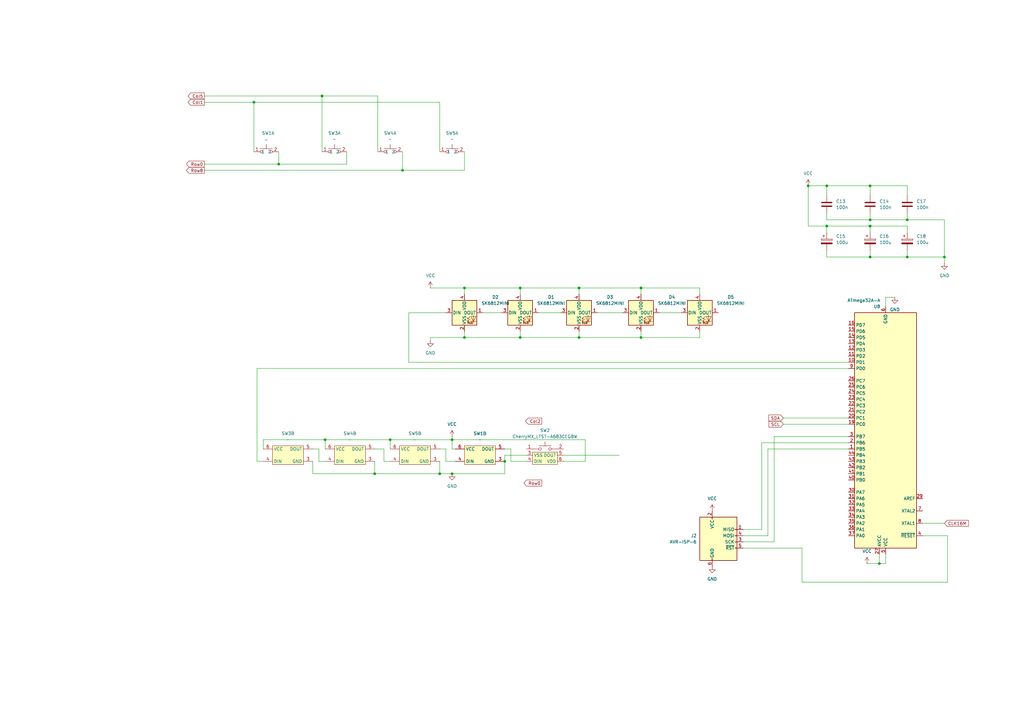
<source format=kicad_sch>
(kicad_sch (version 20250114) (generator "eeschema") (generator_version "9.0")
  (paper "A3")
  (lib_symbols
    (symbol "CherryMX:CherryMX_LTST-A683CEGBW"
      (property "Reference" "U" (at 4.445 5.08 0))
      (property "Value" "CherryMX_LTST-A683CEGBW" (at 0 -5.08 0))
      (symbol "CherryMX_LTST-A683CEGBW_0_1"
        (polyline (pts (xy -5.08 2.54) (xy -2.54 2.54)))
        (rectangle (start -5.08 1.27) (end 5.08 -3.81) (fill (type background)))
        (polyline (pts (xy 2.54 2.54) (xy 5.08 2.54)))
      )
      (symbol "CherryMX_LTST-A683CEGBW_1_1"
        (circle (center -2.032 2.54) (radius 0.508))
        (polyline (pts (xy 0 3.81) (xy 0 5.588)))
        (circle (center 2.032 2.54) (radius 0.508))
        (polyline (pts (xy 2.54 3.81) (xy -2.54 3.81)))
        (pin passive line (at -7.62 2.54 0) (length 2.54) (name "~") (number "1"))
        (pin power_in line (at -7.62 0 0) (length 2.54) (name "VSS") (number "3"))
        (pin input line (at -7.62 -2.54 0) (length 2.54) (name "DIN") (number "4"))
        (pin passive line (at 7.62 2.54 180) (length 2.54) (name "~") (number "2"))
        (pin output line (at 7.62 0 180) (length 2.54) (name "DOUT") (number "5"))
        (pin power_in line (at 7.62 -2.54 180) (length 2.54) (name "VDD") (number "6"))
      )
    )
    (symbol "Connector:AVR-ISP-6" (pin_names (offset 1.016))
      (property "Reference" "J" (at -6.35 11.43 0))
      (property "Value" "AVR-ISP-6" (at 0 11.43 0))
      (symbol "AVR-ISP-6_0_1"
        (rectangle (start -2.667 10.16) (end -2.413 9.398))
        (rectangle (start -2.667 -6.858) (end -2.413 -7.62))
        (rectangle (start 7.62 10.16) (end -7.62 -7.62) (stroke (width 0.254)) (fill (type background)))
        (rectangle (start 7.62 5.207) (end 6.858 4.953))
        (rectangle (start 7.62 2.667) (end 6.858 2.413))
        (rectangle (start 7.62 0.127) (end 6.858 -0.127))
        (rectangle (start 7.62 -2.413) (end 6.858 -2.667))
      )
      (symbol "AVR-ISP-6_1_1"
        (pin passive line (at -2.54 12.7 270) (length 2.54) (name "VCC") (number "2"))
        (pin passive line (at -2.54 -10.16 90) (length 2.54) (name "GND") (number "6"))
        (pin passive line (at 10.16 5.08 180) (length 2.54) (name "MISO") (number "1"))
        (pin passive line (at 10.16 2.54 180) (length 2.54) (name "MOSI") (number "4"))
        (pin passive line (at 10.16 0 180) (length 2.54) (name "SCK") (number "3"))
        (pin passive line (at 10.16 -2.54 180) (length 2.54) (name "~{RST}") (number "5"))
      )
    )
    (symbol "Device:C" (pin_numbers (hide yes)) (pin_names (offset 0.254))
      (property "Reference" "C" (at 0.635 2.54 0))
      (property "Value" "C" (at 0.635 -2.54 0))
      (symbol "C_0_1"
        (polyline (pts (xy -2.032 0.762) (xy 2.032 0.762)) (stroke (width 0.508)))
        (polyline (pts (xy -2.032 -0.762) (xy 2.032 -0.762)) (stroke (width 0.508)))
      )
      (symbol "C_1_1"
        (pin passive line (at 0 3.81 270) (length 2.794) (name "~") (number "1"))
        (pin passive line (at 0 -3.81 90) (length 2.794) (name "~") (number "2"))
      )
    )
    (symbol "Device:C_Polarized" (pin_numbers (hide yes)) (pin_names (offset 0.254))
      (property "Reference" "C" (at 0.635 2.54 0))
      (property "Value" "C_Polarized" (at 0.635 -2.54 0))
      (symbol "C_Polarized_0_1"
        (rectangle (start -2.286 0.508) (end 2.286 1.016))
        (polyline (pts (xy -1.778 2.286) (xy -0.762 2.286)))
        (polyline (pts (xy -1.27 2.794) (xy -1.27 1.778)))
        (rectangle (start 2.286 -0.508) (end -2.286 -1.016) (fill (type outline)))
      )
      (symbol "C_Polarized_1_1"
        (pin passive line (at 0 3.81 270) (length 2.794) (name "~") (number "1"))
        (pin passive line (at 0 -3.81 90) (length 2.794) (name "~") (number "2"))
      )
    )
    (symbol "LED:SK6812MINI" (pin_names (offset 0.254))
      (property "Reference" "D" (at 5.08 5.715 0))
      (property "Value" "SK6812MINI" (at 1.27 -5.715 0))
      (symbol "SK6812MINI_0_0"
        (text "RGB" (at 2.286 -4.191 0) (effects (font (size 0.762 0.762))))
      )
      (symbol "SK6812MINI_0_1"
        (polyline (pts (xy 1.27 -2.54) (xy 1.778 -2.54)))
        (polyline (pts (xy 1.27 -3.556) (xy 1.778 -3.556)))
        (polyline (pts (xy 2.286 -1.524) (xy 1.27 -2.54) (xy 1.27 -2.032)))
        (polyline (pts (xy 2.286 -2.54) (xy 1.27 -3.556) (xy 1.27 -3.048)))
        (polyline (pts (xy 3.683 -1.016) (xy 3.683 -3.556) (xy 3.683 -4.064)))
        (polyline (pts (xy 4.699 -1.524) (xy 2.667 -1.524) (xy 3.683 -3.556) (xy 4.699 -1.524)))
        (polyline (pts (xy 4.699 -3.556) (xy 2.667 -3.556)))
        (rectangle (start 5.08 5.08) (end -5.08 -5.08) (stroke (width 0.254)) (fill (type background)))
      )
      (symbol "SK6812MINI_1_1"
        (pin input line (at -7.62 0 0) (length 2.54) (name "DIN") (number "3"))
        (pin power_in line (at 0 7.62 270) (length 2.54) (name "VDD") (number "4"))
        (pin power_in line (at 0 -7.62 90) (length 2.54) (name "VSS") (number "2"))
        (pin output line (at 7.62 0 180) (length 2.54) (name "DOUT") (number "1"))
      )
    )
    (symbol "MCU_Microchip_ATmega:ATmega32A-A"
      (property "Reference" "U" (at -12.7 49.53 0))
      (property "Value" "ATmega32A-A" (at 2.54 -49.53 0))
      (symbol "ATmega32A-A_0_1"
        (rectangle (start -12.7 -48.26) (end 12.7 48.26) (stroke (width 0.254)) (fill (type background)))
      )
      (symbol "ATmega32A-A_1_1"
        (pin input line (at -15.24 43.18 0) (length 2.54) (name "~{RESET}") (number "4"))
        (pin input line (at -15.24 38.1 0) (length 2.54) (name "XTAL1") (number "8"))
        (pin output line (at -15.24 33.02 0) (length 2.54) (name "XTAL2") (number "7"))
        (pin passive line (at -15.24 27.94 0) (length 2.54) (name "AREF") (number "29"))
        (pin passive line (at 0 50.8 270) (length 2.54) (hide yes) (name "VCC") (number "17"))
        (pin passive line (at 0 50.8 270) (length 2.54) (hide yes) (name "VCC") (number "38"))
        (pin power_in line (at 0 50.8 270) (length 2.54) (name "VCC") (number "5"))
        (pin passive line (at 0 -50.8 90) (length 2.54) (hide yes) (name "GND") (number "18"))
        (pin passive line (at 0 -50.8 90) (length 2.54) (hide yes) (name "GND") (number "28"))
        (pin passive line (at 0 -50.8 90) (length 2.54) (hide yes) (name "GND") (number "39"))
        (pin power_in line (at 0 -50.8 90) (length 2.54) (name "GND") (number "6"))
        (pin power_in line (at 2.54 50.8 270) (length 2.54) (name "AVCC") (number "27"))
        (pin bidirectional line (at 15.24 43.18 180) (length 2.54) (name "PA0") (number "37"))
        (pin bidirectional line (at 15.24 40.64 180) (length 2.54) (name "PA1") (number "36"))
        (pin bidirectional line (at 15.24 38.1 180) (length 2.54) (name "PA2") (number "35"))
        (pin bidirectional line (at 15.24 35.56 180) (length 2.54) (name "PA3") (number "34"))
        (pin bidirectional line (at 15.24 33.02 180) (length 2.54) (name "PA4") (number "33"))
        (pin bidirectional line (at 15.24 30.48 180) (length 2.54) (name "PA5") (number "32"))
        (pin bidirectional line (at 15.24 27.94 180) (length 2.54) (name "PA6") (number "31"))
        (pin bidirectional line (at 15.24 25.4 180) (length 2.54) (name "PA7") (number "30"))
        (pin bidirectional line (at 15.24 20.32 180) (length 2.54) (name "PB0") (number "40"))
        (pin bidirectional line (at 15.24 17.78 180) (length 2.54) (name "PB1") (number "41"))
        (pin bidirectional line (at 15.24 15.24 180) (length 2.54) (name "PB2") (number "42"))
        (pin bidirectional line (at 15.24 12.7 180) (length 2.54) (name "PB3") (number "43"))
        (pin bidirectional line (at 15.24 10.16 180) (length 2.54) (name "PB4") (number "44"))
        (pin bidirectional line (at 15.24 7.62 180) (length 2.54) (name "PB5") (number "1"))
        (pin bidirectional line (at 15.24 5.08 180) (length 2.54) (name "PB6") (number "2"))
        (pin bidirectional line (at 15.24 2.54 180) (length 2.54) (name "PB7") (number "3"))
        (pin bidirectional line (at 15.24 -2.54 180) (length 2.54) (name "PC0") (number "19"))
        (pin bidirectional line (at 15.24 -5.08 180) (length 2.54) (name "PC1") (number "20"))
        (pin bidirectional line (at 15.24 -7.62 180) (length 2.54) (name "PC2") (number "21"))
        (pin bidirectional line (at 15.24 -10.16 180) (length 2.54) (name "PC3") (number "22"))
        (pin bidirectional line (at 15.24 -12.7 180) (length 2.54) (name "PC4") (number "23"))
        (pin bidirectional line (at 15.24 -15.24 180) (length 2.54) (name "PC5") (number "24"))
        (pin bidirectional line (at 15.24 -17.78 180) (length 2.54) (name "PC6") (number "25"))
        (pin bidirectional line (at 15.24 -20.32 180) (length 2.54) (name "PC7") (number "26"))
        (pin bidirectional line (at 15.24 -25.4 180) (length 2.54) (name "PD0") (number "9"))
        (pin bidirectional line (at 15.24 -27.94 180) (length 2.54) (name "PD1") (number "10"))
        (pin bidirectional line (at 15.24 -30.48 180) (length 2.54) (name "PD2") (number "11"))
        (pin bidirectional line (at 15.24 -33.02 180) (length 2.54) (name "PD3") (number "12"))
        (pin bidirectional line (at 15.24 -35.56 180) (length 2.54) (name "PD4") (number "13"))
        (pin bidirectional line (at 15.24 -38.1 180) (length 2.54) (name "PD5") (number "14"))
        (pin bidirectional line (at 15.24 -40.64 180) (length 2.54) (name "PD6") (number "15"))
        (pin bidirectional line (at 15.24 -43.18 180) (length 2.54) (name "PD7") (number "16"))
      )
    )
    (symbol "petkn:MX Key with SMD RGB LED"
      (symbol "MX Key with SMD RGB LED_1_1"
        (circle (center -2.032 0) (radius 0.508))
        (polyline (pts (xy 0 1.27) (xy 0 3.048)))
        (circle (center 2.032 0) (radius 0.508))
        (polyline (pts (xy 2.54 1.27) (xy -2.54 1.27)))
        (pin passive line (at -5.08 0 0) (length 2.54) (name "1") (number "1"))
        (pin passive line (at 5.08 0 180) (length 2.54) (name "2") (number "2"))
      )
      (symbol "MX Key with SMD RGB LED_2_1"
        (rectangle (start -6.35 3.81) (end 6.35 -3.81) (fill (type background)))
        (pin passive line (at -10.16 2.54 0) (length 3.81) (name "VCC") (number "6"))
        (pin passive line (at -10.16 -2.54 0) (length 3.81) (name "DIN") (number "4"))
        (pin passive line (at 10.16 2.54 180) (length 3.81) (name "DOUT") (number "5"))
        (pin passive line (at 10.16 -2.54 180) (length 3.81) (name "GND") (number "3"))
      )
    )
    (symbol "power:GND" (power) (pin_numbers (hide yes)) (pin_names (offset 0) (hide yes))
      (property "Value" "GND" (at 0 -3.81 0))
      (symbol "GND_0_1"
        (polyline (pts (xy 0 0) (xy 0 -1.27) (xy 1.27 -1.27) (xy 0 -2.54) (xy -1.27 -1.27) (xy 0 -1.27)))
      )
      (symbol "GND_1_1"
        (pin power_in line (at 0 0 270) (length 0) (name "~") (number "1"))
      )
    )
    (symbol "power:VCC" (power) (pin_numbers (hide yes)) (pin_names (offset 0) (hide yes))
      (property "Value" "VCC" (at 0 3.556 0))
      (symbol "VCC_0_1"
        (polyline (pts (xy -0.762 1.27) (xy 0 2.54)))
        (polyline (pts (xy 0 2.54) (xy 0.762 1.27)))
        (polyline (pts (xy 0 0) (xy 0 2.54)))
      )
      (symbol "VCC_1_1"
        (pin power_in line (at 0 0 90) (length 0) (name "~") (number "1"))
      )
    )
  )
  (junction (at 132.08 39.37))
  (junction (at 207.01 189.23))
  (junction (at 237.49 118.11))
  (junction (at 372.11 105.41))
  (junction (at 372.11 90.17))
  (junction (at 262.89 118.11))
  (junction (at 104.14 41.91))
  (junction (at 185.42 194.31))
  (junction (at 339.09 76.2))
  (junction (at 165.1 69.85))
  (junction (at 114.3 67.31))
  (junction (at 356.87 76.2))
  (junction (at 237.49 138.43))
  (junction (at 190.5 118.11))
  (junction (at 356.87 105.41))
  (junction (at 190.5 138.43))
  (junction (at 180.34 194.31))
  (junction (at 213.36 118.11))
  (junction (at 262.89 138.43))
  (junction (at 356.87 92.71))
  (junction (at 339.09 92.71))
  (junction (at 387.35 105.41))
  (junction (at 331.47 76.2))
  (junction (at 160.02 180.34))
  (junction (at 153.67 194.31))
  (junction (at 133.35 180.34))
  (junction (at 356.87 90.17))
  (junction (at 213.36 138.43))
  (junction (at 185.42 180.34))
  (junction (at 360.68 231.14))
  (wire (pts (xy 83.82 69.85) (xy 165.1 69.85)))
  (wire (pts (xy 270.51 128.27) (xy 279.4 128.27)))
  (wire (pts (xy 180.34 41.91) (xy 180.34 62.23)))
  (wire (pts (xy 190.5 62.23) (xy 190.5 69.85)))
  (wire (pts (xy 114.3 67.31) (xy 114.3 62.23)))
  (wire (pts (xy 154.94 62.23) (xy 154.94 39.37)))
  (wire (pts (xy 213.36 135.89) (xy 213.36 138.43)))
  (wire (pts (xy 378.46 214.63) (xy 387.35 214.63)))
  (wire (pts (xy 207.01 186.69) (xy 207.01 189.23)))
  (wire (pts (xy 355.6 231.14) (xy 360.68 231.14)))
  (wire (pts (xy 180.34 184.15) (xy 182.88 184.15)))
  (wire (pts (xy 182.88 189.23) (xy 186.69 189.23)))
  (wire (pts (xy 363.22 231.14) (xy 363.22 227.33)))
  (wire (pts (xy 372.11 92.71) (xy 356.87 92.71)))
  (wire (pts (xy 133.35 180.34) (xy 160.02 180.34)))
  (wire (pts (xy 180.34 189.23) (xy 180.34 194.31)))
  (wire (pts (xy 130.81 184.15) (xy 130.81 189.23)))
  (wire (pts (xy 237.49 118.11) (xy 237.49 120.65)))
  (wire (pts (xy 213.36 118.11) (xy 237.49 118.11)))
  (wire (pts (xy 160.02 184.15) (xy 160.02 180.34)))
  (wire (pts (xy 231.14 186.69) (xy 254 186.69)))
  (wire (pts (xy 328.93 224.79) (xy 304.8 224.79)))
  (wire (pts (xy 104.14 41.91) (xy 180.34 41.91)))
  (wire (pts (xy 213.36 118.11) (xy 213.36 120.65)))
  (wire (pts (xy 240.03 189.23) (xy 240.03 180.34)))
  (wire (pts (xy 356.87 92.71) (xy 356.87 95.25)))
  (wire (pts (xy 167.64 148.59) (xy 167.64 128.27)))
  (wire (pts (xy 190.5 118.11) (xy 213.36 118.11)))
  (wire (pts (xy 339.09 90.17) (xy 356.87 90.17)))
  (wire (pts (xy 132.08 39.37) (xy 154.94 39.37)))
  (wire (pts (xy 356.87 76.2) (xy 356.87 80.01)))
  (wire (pts (xy 347.98 179.07) (xy 317.5 179.07)))
  (wire (pts (xy 107.95 180.34) (xy 133.35 180.34)))
  (wire (pts (xy 231.14 189.23) (xy 240.03 189.23)))
  (wire (pts (xy 262.89 138.43) (xy 262.89 135.89)))
  (wire (pts (xy 339.09 105.41) (xy 356.87 105.41)))
  (wire (pts (xy 209.55 184.15) (xy 209.55 189.23)))
  (wire (pts (xy 262.89 118.11) (xy 262.89 120.65)))
  (wire (pts (xy 372.11 87.63) (xy 372.11 90.17)))
  (wire (pts (xy 132.08 39.37) (xy 132.08 62.23)))
  (wire (pts (xy 128.27 194.31) (xy 153.67 194.31)))
  (wire (pts (xy 104.14 41.91) (xy 104.14 62.23)))
  (wire (pts (xy 142.24 62.23) (xy 142.24 67.31)))
  (wire (pts (xy 347.98 181.61) (xy 312.42 181.61)))
  (wire (pts (xy 185.42 194.31) (xy 207.01 194.31)))
  (wire (pts (xy 378.46 219.71) (xy 388.62 219.71)))
  (wire (pts (xy 176.53 139.7) (xy 176.53 138.43)))
  (wire (pts (xy 133.35 184.15) (xy 133.35 180.34)))
  (wire (pts (xy 130.81 189.23) (xy 133.35 189.23)))
  (wire (pts (xy 304.8 217.17) (xy 312.42 217.17)))
  (wire (pts (xy 339.09 102.87) (xy 339.09 105.41)))
  (wire (pts (xy 317.5 222.25) (xy 317.5 179.07)))
  (wire (pts (xy 312.42 217.17) (xy 312.42 181.61)))
  (wire (pts (xy 304.8 222.25) (xy 317.5 222.25)))
  (wire (pts (xy 176.53 118.11) (xy 190.5 118.11)))
  (wire (pts (xy 167.64 128.27) (xy 182.88 128.27)))
  (wire (pts (xy 180.34 194.31) (xy 185.42 194.31)))
  (wire (pts (xy 165.1 69.85) (xy 190.5 69.85)))
  (wire (pts (xy 83.82 39.37) (xy 132.08 39.37)))
  (wire (pts (xy 114.3 67.31) (xy 142.24 67.31)))
  (wire (pts (xy 153.67 189.23) (xy 153.67 194.31)))
  (wire (pts (xy 165.1 69.85) (xy 165.1 62.23)))
  (wire (pts (xy 387.35 105.41) (xy 387.35 107.95)))
  (wire (pts (xy 356.87 90.17) (xy 372.11 90.17)))
  (wire (pts (xy 331.47 92.71) (xy 331.47 76.2)))
  (wire (pts (xy 220.98 128.27) (xy 229.87 128.27)))
  (wire (pts (xy 190.5 138.43) (xy 213.36 138.43)))
  (wire (pts (xy 185.42 184.15) (xy 186.69 184.15)))
  (wire (pts (xy 372.11 105.41) (xy 387.35 105.41)))
  (wire (pts (xy 157.48 184.15) (xy 157.48 189.23)))
  (wire (pts (xy 372.11 76.2) (xy 372.11 80.01)))
  (wire (pts (xy 356.87 92.71) (xy 339.09 92.71)))
  (wire (pts (xy 314.96 219.71) (xy 314.96 184.15)))
  (wire (pts (xy 339.09 76.2) (xy 356.87 76.2)))
  (wire (pts (xy 105.41 151.13) (xy 105.41 189.23)))
  (wire (pts (xy 207.01 189.23) (xy 207.01 194.31)))
  (wire (pts (xy 367.03 121.92) (xy 363.22 121.92)))
  (wire (pts (xy 321.31 173.99) (xy 347.98 173.99)))
  (wire (pts (xy 287.02 135.89) (xy 287.02 138.43)))
  (wire (pts (xy 176.53 138.43) (xy 190.5 138.43)))
  (wire (pts (xy 215.9 186.69) (xy 207.01 186.69)))
  (wire (pts (xy 107.95 184.15) (xy 107.95 180.34)))
  (wire (pts (xy 372.11 95.25) (xy 372.11 92.71)))
  (wire (pts (xy 213.36 138.43) (xy 237.49 138.43)))
  (wire (pts (xy 128.27 184.15) (xy 130.81 184.15)))
  (wire (pts (xy 262.89 118.11) (xy 287.02 118.11)))
  (wire (pts (xy 185.42 180.34) (xy 240.03 180.34)))
  (wire (pts (xy 105.41 189.23) (xy 107.95 189.23)))
  (wire (pts (xy 83.82 67.31) (xy 114.3 67.31)))
  (wire (pts (xy 153.67 194.31) (xy 180.34 194.31)))
  (wire (pts (xy 83.82 41.91) (xy 104.14 41.91)))
  (wire (pts (xy 347.98 148.59) (xy 167.64 148.59)))
  (wire (pts (xy 388.62 219.71) (xy 388.62 238.76)))
  (wire (pts (xy 372.11 90.17) (xy 387.35 90.17)))
  (wire (pts (xy 237.49 118.11) (xy 262.89 118.11)))
  (wire (pts (xy 372.11 102.87) (xy 372.11 105.41)))
  (wire (pts (xy 360.68 231.14) (xy 363.22 231.14)))
  (wire (pts (xy 356.87 102.87) (xy 356.87 105.41)))
  (wire (pts (xy 339.09 76.2) (xy 339.09 80.01)))
  (wire (pts (xy 304.8 219.71) (xy 314.96 219.71)))
  (wire (pts (xy 207.01 184.15) (xy 209.55 184.15)))
  (wire (pts (xy 190.5 135.89) (xy 190.5 138.43)))
  (wire (pts (xy 339.09 92.71) (xy 339.09 95.25)))
  (wire (pts (xy 128.27 189.23) (xy 128.27 194.31)))
  (wire (pts (xy 209.55 189.23) (xy 215.9 189.23)))
  (wire (pts (xy 237.49 135.89) (xy 237.49 138.43)))
  (wire (pts (xy 245.11 128.27) (xy 255.27 128.27)))
  (wire (pts (xy 198.12 128.27) (xy 205.74 128.27)))
  (wire (pts (xy 321.31 171.45) (xy 347.98 171.45)))
  (wire (pts (xy 328.93 238.76) (xy 328.93 224.79)))
  (wire (pts (xy 387.35 90.17) (xy 387.35 105.41)))
  (wire (pts (xy 363.22 121.92) (xy 363.22 125.73)))
  (wire (pts (xy 153.67 184.15) (xy 157.48 184.15)))
  (wire (pts (xy 360.68 231.14) (xy 360.68 227.33)))
  (wire (pts (xy 328.93 238.76) (xy 388.62 238.76)))
  (wire (pts (xy 157.48 189.23) (xy 160.02 189.23)))
  (wire (pts (xy 237.49 138.43) (xy 262.89 138.43)))
  (wire (pts (xy 331.47 76.2) (xy 339.09 76.2)))
  (wire (pts (xy 347.98 184.15) (xy 314.96 184.15)))
  (wire (pts (xy 287.02 120.65) (xy 287.02 118.11)))
  (wire (pts (xy 356.87 105.41) (xy 372.11 105.41)))
  (wire (pts (xy 105.41 151.13) (xy 347.98 151.13)))
  (wire (pts (xy 160.02 180.34) (xy 185.42 180.34)))
  (wire (pts (xy 339.09 92.71) (xy 331.47 92.71)))
  (wire (pts (xy 185.42 179.07) (xy 185.42 180.34)))
  (wire (pts (xy 262.89 138.43) (xy 287.02 138.43)))
  (wire (pts (xy 185.42 180.34) (xy 185.42 184.15)))
  (wire (pts (xy 339.09 87.63) (xy 339.09 90.17)))
  (wire (pts (xy 356.87 76.2) (xy 372.11 76.2)))
  (wire (pts (xy 356.87 87.63) (xy 356.87 90.17)))
  (wire (pts (xy 182.88 184.15) (xy 182.88 189.23)))
  (wire (pts (xy 190.5 118.11) (xy 190.5 120.65)))
  (global_label "CLK16M" (shape input) (at 387.35 214.63 0) (property "Intersheetrefs" "${INTERSHEET_REFS}" (effects (hide yes))))
  (global_label "Row0" (shape output) (at 222.25 198.12 180) (property "Intersheetrefs" "${INTERSHEET_REFS}" (effects (hide yes))))
  (global_label "Row0" (shape output) (at 83.82 67.31 180) (property "Intersheetrefs" "${INTERSHEET_REFS}" (effects (hide yes))))
  (global_label "SDA" (shape input) (at 321.31 171.45 180) (property "Intersheetrefs" "${INTERSHEET_REFS}" (effects (hide yes))))
  (global_label "Col1" (shape output) (at 83.82 41.91 180) (property "Intersheetrefs" "${INTERSHEET_REFS}" (effects (hide yes))))
  (global_label "Col5" (shape output) (at 83.82 39.37 180) (property "Intersheetrefs" "${INTERSHEET_REFS}" (effects (hide yes))))
  (global_label "Col2" (shape output) (at 222.25 172.72 180) (property "Intersheetrefs" "${INTERSHEET_REFS}" (effects (hide yes))))
  (global_label "SCL" (shape input) (at 321.31 173.99 180) (property "Intersheetrefs" "${INTERSHEET_REFS}" (effects (hide yes))))
  (global_label "Row8" (shape output) (at 83.82 69.85 180) (property "Intersheetrefs" "${INTERSHEET_REFS}" (effects (hide yes))))
  (symbol (lib_id "power:GND") (at 387.35 107.95 0) (unit 1)
    (property "Reference" "#PWR025" (effects (hide yes)))
    (property "Value" "GND" (at 387.35 113.03 0))
    (property "Description" "Power symbol creates a global label with name \"GND\" , ground" (effects (hide yes)))
  )
  (symbol (lib_id "LED:SK6812MINI") (at 190.5 128.27 0) (unit 1)
    (property "Reference" "D2" (at 203.2 121.8498 0))
    (property "Value" "SK6812MINI" (at 203.2 124.3898 0))
    (property "Footprint" "LED_SMD:LED_SK6812MINI_PLCC4_3.5x3.5mm_P1.75mm" (effects (hide yes)))
    (property "Datasheet" "https://cdn-shop.adafruit.com/product-files/2686/SK6812MINI_REV.01-1-2.pdf" (effects (hide yes)))
    (property "Description" "RGB LED with integrated controller" (effects (hide yes)))
  )
  (symbol (lib_id "power:GND") (at 185.42 194.31 0) (unit 1)
    (property "Reference" "#PWR023" (effects (hide yes)))
    (property "Value" "GND" (at 185.42 199.39 0))
    (property "Description" "Power symbol creates a global label with name \"GND\" , ground" (effects (hide yes)))
  )
  (symbol (lib_id "Device:C") (at 356.87 83.82 0) (unit 1)
    (property "Reference" "C14" (at 360.68 82.5499 0) (effects (justify left)))
    (property "Value" "100n" (at 360.68 85.0899 0) (effects (justify left)))
    (property "Footprint" "Capacitor_SMD:C_0805_2012Metric_Pad1.18x1.45mm_HandSolder" (effects (hide yes)))
    (property "Description" "Unpolarized capacitor" (effects (hide yes)))
  )
  (symbol (lib_id "petkn:MX Key with SMD RGB LED") (at 185.42 62.23 0) (unit 1)
    (property "Reference" "SW5" (at 185.42 54.61 0))
    (property "Value" "~" (at 185.42 57.15 0))
    (property "Footprint" "petkn:SW_Cherry_MX_1.00u_PCB_with_RGB_LED" (effects (hide yes)))
  )
  (symbol (lib_id "petkn:MX Key with SMD RGB LED") (at 196.85 186.69 0) (unit 2)
    (property "Reference" "SW1" (at 196.85 177.8 0))
    (property "Value" "~" (at 196.85 180.34 0))
    (property "Footprint" "CherryMX_PCB_LTST-A683CEGBW-Rotated:CherryMX_1.00u_PCB_LTST-A683CEGBW-Rotated" (effects (hide yes)))
  )
  (symbol (lib_id "LED:SK6812MINI") (at 287.02 128.27 0) (unit 1)
    (property "Reference" "D5" (at 299.72 121.8498 0))
    (property "Value" "SK6812MINI" (at 299.72 124.3898 0))
    (property "Footprint" "LED_SMD:LED_SK6812MINI_PLCC4_3.5x3.5mm_P1.75mm" (effects (hide yes)))
    (property "Datasheet" "https://cdn-shop.adafruit.com/product-files/2686/SK6812MINI_REV.01-1-2.pdf" (effects (hide yes)))
    (property "Description" "RGB LED with integrated controller" (effects (hide yes)))
  )
  (symbol (lib_id "LED:SK6812MINI") (at 237.49 128.27 0) (unit 1)
    (property "Reference" "D3" (at 250.19 121.8498 0))
    (property "Value" "SK6812MINI" (at 250.19 124.3898 0))
    (property "Footprint" "LED_SMD:LED_SK6812MINI_PLCC4_3.5x3.5mm_P1.75mm" (effects (hide yes)))
    (property "Datasheet" "https://cdn-shop.adafruit.com/product-files/2686/SK6812MINI_REV.01-1-2.pdf" (effects (hide yes)))
    (property "Description" "RGB LED with integrated controller" (effects (hide yes)))
  )
  (symbol (lib_id "Connector:AVR-ISP-6") (at 294.64 222.25 0) (unit 1)
    (property "Reference" "J2" (at 285.75 219.7099 0) (effects (justify right)))
    (property "Value" "AVR-ISP-6" (at 285.75 222.2499 0) (effects (justify right)))
    (property "Footprint" "Connector_IDC:IDC-Header_2x03_P2.54mm_Vertical" (effects (hide yes)))
    (property "Description" "Atmel 6-pin ISP connector" (effects (hide yes)))
  )
  (symbol (lib_id "LED:SK6812MINI") (at 213.36 128.27 0) (unit 1)
    (property "Reference" "D1" (at 226.06 121.8498 0))
    (property "Value" "SK6812MINI" (at 226.06 124.3898 0))
    (property "Footprint" "LED_SMD:LED_SK6812MINI_PLCC4_3.5x3.5mm_P1.75mm" (effects (hide yes)))
    (property "Datasheet" "https://cdn-shop.adafruit.com/product-files/2686/SK6812MINI_REV.01-1-2.pdf" (effects (hide yes)))
    (property "Description" "RGB LED with integrated controller" (effects (hide yes)))
  )
  (symbol (lib_id "LED:SK6812MINI") (at 262.89 128.27 0) (unit 1)
    (property "Reference" "D4" (at 275.59 121.8498 0))
    (property "Value" "SK6812MINI" (at 275.59 124.3898 0))
    (property "Footprint" "LED_SMD:LED_SK6812MINI_PLCC4_3.5x3.5mm_P1.75mm" (effects (hide yes)))
    (property "Datasheet" "https://cdn-shop.adafruit.com/product-files/2686/SK6812MINI_REV.01-1-2.pdf" (effects (hide yes)))
    (property "Description" "RGB LED with integrated controller" (effects (hide yes)))
  )
  (symbol (lib_id "power:VCC") (at 331.47 76.2 0) (unit 1)
    (property "Reference" "#PWR026" (effects (hide yes)))
    (property "Value" "VCC" (at 331.47 71.12 0))
    (property "Description" "Power symbol creates a global label with name \"VCC\"" (effects (hide yes)))
  )
  (symbol (lib_id "power:GND") (at 176.53 139.7 0) (unit 1)
    (property "Reference" "#PWR034" (effects (hide yes)))
    (property "Value" "GND" (at 176.53 144.78 0))
    (property "Description" "Power symbol creates a global label with name \"GND\" , ground" (effects (hide yes)))
  )
  (symbol (lib_id "petkn:MX Key with SMD RGB LED") (at 109.22 62.23 0) (unit 1)
    (property "Reference" "SW1" (at 109.982 54.61 0))
    (property "Value" "~" (at 109.22 57.404 0))
    (property "Footprint" "CherryMX_PCB_LTST-A683CEGBW-Rotated:CherryMX_1.00u_PCB_LTST-A683CEGBW-Rotated" (effects (hide yes)))
  )
  (symbol (lib_id "petkn:MX Key with SMD RGB LED") (at 137.16 62.23 0) (unit 1)
    (property "Reference" "SW3" (at 137.16 54.61 0))
    (property "Value" "~" (at 137.16 57.15 0))
    (property "Footprint" "petkn:SW_Cherry_MX_1.00u_PCB_with_RGB_LED" (effects (hide yes)))
  )
  (symbol (lib_id "CherryMX:CherryMX_LTST-A683CEGBW") (at 223.52 186.69 0) (unit 1)
    (property "Reference" "SW2" (at 223.52 176.53 0))
    (property "Value" "CherryMX_LTST-A683CEGBW" (at 223.52 179.07 0))
    (property "Footprint" "petkn:SW_Cherry_MX_1.00u_PCB_with_RGB_LED" (effects (hide yes)))
  )
  (symbol (lib_id "petkn:MX Key with SMD RGB LED") (at 170.18 186.69 0) (unit 2)
    (property "Reference" "SW5" (at 170.18 177.8 0))
    (property "Value" "~" (at 170.18 180.34 0))
    (property "Footprint" "petkn:SW_Cherry_MX_1.00u_PCB_with_RGB_LED" (effects (hide yes)))
  )
  (symbol (lib_id "Device:C_Polarized") (at 356.87 99.06 0) (unit 1)
    (property "Reference" "C16" (at 360.68 96.9009 0) (effects (justify left)))
    (property "Value" "100u" (at 360.68 99.4409 0) (effects (justify left)))
    (property "Footprint" "Capacitor_SMD:C_1206_3216Metric_Pad1.33x1.80mm_HandSolder" (effects (hide yes)))
    (property "Description" "Polarized capacitor" (effects (hide yes)))
    (property "LCSC" "C15008" (effects (hide yes)))
  )
  (symbol (lib_id "Device:C_Polarized") (at 339.09 99.06 0) (unit 1)
    (property "Reference" "C15" (at 342.9 96.9009 0) (effects (justify left)))
    (property "Value" "100u" (at 342.9 99.4409 0) (effects (justify left)))
    (property "Footprint" "Capacitor_SMD:C_1206_3216Metric_Pad1.33x1.80mm_HandSolder" (effects (hide yes)))
    (property "Description" "Polarized capacitor" (effects (hide yes)))
    (property "LCSC" "C15008" (effects (hide yes)))
  )
  (symbol (lib_id "Device:C") (at 339.09 83.82 0) (unit 1)
    (property "Reference" "C13" (at 342.9 82.5499 0) (effects (justify left)))
    (property "Value" "100n" (at 342.9 85.0899 0) (effects (justify left)))
    (property "Footprint" "Capacitor_SMD:C_0805_2012Metric_Pad1.18x1.45mm_HandSolder" (effects (hide yes)))
    (property "Description" "Unpolarized capacitor" (effects (hide yes)))
  )
  (symbol (lib_id "Device:C_Polarized") (at 372.11 99.06 0) (unit 1)
    (property "Reference" "C18" (at 375.92 96.9009 0) (effects (justify left)))
    (property "Value" "100u" (at 375.92 99.4409 0) (effects (justify left)))
    (property "Footprint" "Capacitor_SMD:C_1206_3216Metric_Pad1.33x1.80mm_HandSolder" (effects (hide yes)))
    (property "Description" "Polarized capacitor" (effects (hide yes)))
    (property "LCSC" "C15008" (effects (hide yes)))
  )
  (symbol (lib_id "power:VCC") (at 355.6 231.14 0) (unit 1)
    (property "Reference" "#PWR013" (effects (hide yes)))
    (property "Value" "VCC" (at 355.6 226.06 0))
    (property "Description" "Power symbol creates a global label with name \"VCC\"" (effects (hide yes)))
  )
  (symbol (lib_id "MCU_Microchip_ATmega:ATmega32A-A") (at 363.22 176.53 180) (unit 1)
    (property "Reference" "U8" (at 361.0767 125.73 0) (effects (justify left)))
    (property "Value" "ATmega32A-A" (at 361.0767 123.19 0) (effects (justify left)))
    (property "Footprint" "Package_QFP:TQFP-44_10x10mm_P0.8mm" (effects (hide yes)))
    (property "Datasheet" "http://ww1.microchip.com/downloads/en/DeviceDoc/atmel-8155-8-bit-microcontroller-avr-atmega32a_datasheet.pdf" (effects (hide yes)))
    (property "Description" "16MHz, 32kB Flash, 2kB SRAM, 1kB EEPROM, JTAG, TQFP-44" (effects (hide yes)))
  )
  (symbol (lib_id "power:GND") (at 367.03 121.92 0) (unit 1)
    (property "Reference" "#PWR014" (effects (hide yes)))
    (property "Value" "GND" (at 367.03 127 0))
    (property "Description" "Power symbol creates a global label with name \"GND\" , ground" (effects (hide yes)))
  )
  (symbol (lib_id "power:VCC") (at 176.53 118.11 0) (unit 1)
    (property "Reference" "#PWR024" (effects (hide yes)))
    (property "Value" "VCC" (at 176.53 113.03 0))
    (property "Description" "Power symbol creates a global label with name \"VCC\"" (effects (hide yes)))
  )
  (symbol (lib_id "power:GND") (at 292.1 232.41 0) (unit 1)
    (property "Reference" "#PWR016" (effects (hide yes)))
    (property "Value" "GND" (at 292.1 237.49 0))
    (property "Description" "Power symbol creates a global label with name \"GND\" , ground" (effects (hide yes)))
  )
  (symbol (lib_id "power:VCC") (at 185.42 179.07 0) (unit 1)
    (property "Reference" "#PWR020" (effects (hide yes)))
    (property "Value" "VCC" (at 185.42 173.99 0))
    (property "Description" "Power symbol creates a global label with name \"VCC\"" (effects (hide yes)))
  )
  (symbol (lib_id "Device:C") (at 372.11 83.82 0) (unit 1)
    (property "Reference" "C17" (at 375.92 82.5499 0) (effects (justify left)))
    (property "Value" "100n" (at 375.92 85.0899 0) (effects (justify left)))
    (property "Footprint" "Capacitor_SMD:C_0805_2012Metric_Pad1.18x1.45mm_HandSolder" (effects (hide yes)))
    (property "Description" "Unpolarized capacitor" (effects (hide yes)))
  )
  (symbol (lib_id "petkn:MX Key with SMD RGB LED") (at 143.51 186.69 0) (unit 2)
    (property "Reference" "SW4" (at 143.51 177.8 0))
    (property "Value" "~" (at 143.51 180.34 0))
    (property "Footprint" "petkn:SW_Cherry_MX_1.00u_PCB_with_RGB_LED" (effects (hide yes)))
  )
  (symbol (lib_id "power:VCC") (at 292.1 209.55 0) (unit 1)
    (property "Reference" "#PWR015" (effects (hide yes)))
    (property "Value" "VCC" (at 292.1 204.47 0))
    (property "Description" "Power symbol creates a global label with name \"VCC\"" (effects (hide yes)))
  )
  (symbol (lib_id "petkn:MX Key with SMD RGB LED") (at 118.11 186.69 0) (unit 2)
    (property "Reference" "SW3" (at 118.11 177.8 0))
    (property "Value" "~" (at 118.11 180.34 0))
    (property "Footprint" "petkn:SW_Cherry_MX_1.00u_PCB_with_RGB_LED" (effects (hide yes)))
  )
  (symbol (lib_id "petkn:MX Key with SMD RGB LED") (at 160.02 62.23 0) (unit 1)
    (property "Reference" "SW4" (at 160.02 54.61 0))
    (property "Value" "~" (at 160.02 57.15 0))
    (property "Footprint" "petkn:SW_Cherry_MX_1.00u_PCB_with_RGB_LED" (effects (hide yes)))
  )
)
</source>
